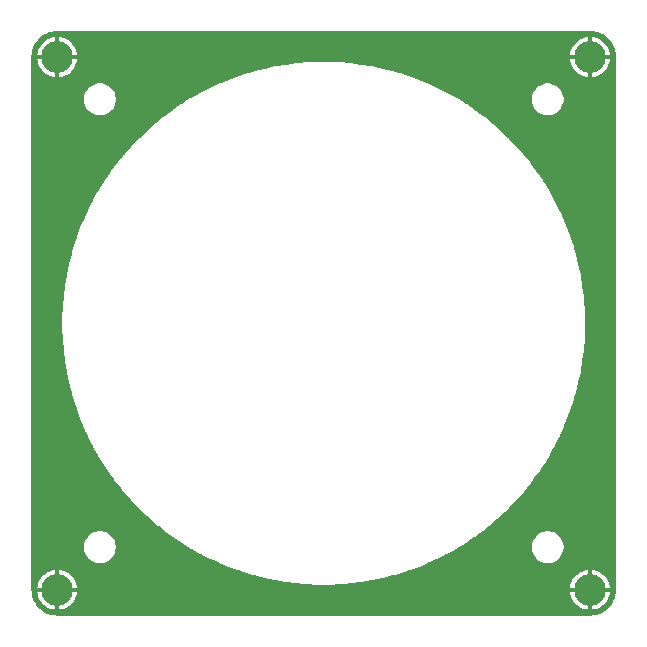
<source format=gbr>
%TF.GenerationSoftware,KiCad,Pcbnew,9.0.5-9.0.5~ubuntu24.04.1*%
%TF.CreationDate,2025-10-31T15:20:19+08:00*%
%TF.ProjectId,TPS,5450532e-6b69-4636-9164-5f7063625858,rev?*%
%TF.SameCoordinates,Original*%
%TF.FileFunction,Copper,L1,Top*%
%TF.FilePolarity,Positive*%
%FSLAX46Y46*%
G04 Gerber Fmt 4.6, Leading zero omitted, Abs format (unit mm)*
G04 Created by KiCad (PCBNEW 9.0.5-9.0.5~ubuntu24.04.1) date 2025-10-31 15:20:19*
%MOMM*%
%LPD*%
G01*
G04 APERTURE LIST*
%TA.AperFunction,ComponentPad*%
%ADD10C,2.700000*%
%TD*%
G04 APERTURE END LIST*
D10*
%TO.P,H11,1,1*%
%TO.N,GND*%
X85775000Y-103000000D03*
%TD*%
%TO.P,H10,1,1*%
%TO.N,GND*%
X85775000Y-57886000D03*
%TD*%
%TO.P,H9,1,1*%
%TO.N,GND*%
X40661000Y-103000000D03*
%TD*%
%TO.P,H8,1,1*%
%TO.N,GND*%
X40661000Y-57886000D03*
%TD*%
%TA.AperFunction,Conductor*%
%TO.N,GND*%
G36*
X85778736Y-55686726D02*
G01*
X86011068Y-55700779D01*
X86019729Y-55701611D01*
X86071126Y-55708377D01*
X86077239Y-55709339D01*
X86279220Y-55746353D01*
X86288960Y-55748547D01*
X86332404Y-55760187D01*
X86337176Y-55761569D01*
X86540605Y-55824961D01*
X86551158Y-55828782D01*
X86578927Y-55840284D01*
X86582340Y-55841757D01*
X86790319Y-55935360D01*
X86803575Y-55942318D01*
X86889020Y-55993971D01*
X87018045Y-56071970D01*
X87030356Y-56080468D01*
X87175739Y-56194368D01*
X87227636Y-56235027D01*
X87238844Y-56244957D01*
X87416042Y-56422155D01*
X87425972Y-56433363D01*
X87454257Y-56469466D01*
X87560549Y-56605138D01*
X87580527Y-56630637D01*
X87589033Y-56642960D01*
X87718680Y-56857422D01*
X87725639Y-56870681D01*
X87819229Y-57078632D01*
X87820714Y-57082071D01*
X87832216Y-57109840D01*
X87836040Y-57120401D01*
X87899421Y-57323795D01*
X87900811Y-57328594D01*
X87912451Y-57372038D01*
X87914645Y-57381778D01*
X87951655Y-57583735D01*
X87952625Y-57589902D01*
X87959385Y-57641249D01*
X87960220Y-57649946D01*
X87974274Y-57882263D01*
X87974500Y-57889751D01*
X87974500Y-102996248D01*
X87974274Y-103003736D01*
X87960220Y-103236052D01*
X87959385Y-103244749D01*
X87952625Y-103296096D01*
X87951655Y-103302263D01*
X87914645Y-103504220D01*
X87912451Y-103513960D01*
X87900811Y-103557404D01*
X87899421Y-103562203D01*
X87836040Y-103765597D01*
X87832216Y-103776158D01*
X87820714Y-103803927D01*
X87819229Y-103807366D01*
X87725639Y-104015317D01*
X87718680Y-104028576D01*
X87589033Y-104243039D01*
X87580527Y-104255362D01*
X87425972Y-104452636D01*
X87416042Y-104463844D01*
X87238844Y-104641042D01*
X87227636Y-104650972D01*
X87030362Y-104805527D01*
X87018039Y-104814033D01*
X86803576Y-104943680D01*
X86790317Y-104950639D01*
X86582366Y-105044229D01*
X86578927Y-105045714D01*
X86551158Y-105057216D01*
X86540597Y-105061040D01*
X86337203Y-105124421D01*
X86332404Y-105125811D01*
X86288960Y-105137451D01*
X86279220Y-105139645D01*
X86077263Y-105176655D01*
X86071096Y-105177625D01*
X86019749Y-105184385D01*
X86011052Y-105185220D01*
X85787202Y-105198761D01*
X85778735Y-105199274D01*
X85771249Y-105199500D01*
X40664751Y-105199500D01*
X40657264Y-105199274D01*
X40647971Y-105198711D01*
X40424946Y-105185220D01*
X40416249Y-105184385D01*
X40364902Y-105177625D01*
X40358735Y-105176655D01*
X40156778Y-105139645D01*
X40147038Y-105137451D01*
X40103594Y-105125811D01*
X40098795Y-105124421D01*
X39895401Y-105061040D01*
X39884840Y-105057216D01*
X39857071Y-105045714D01*
X39853632Y-105044229D01*
X39645681Y-104950639D01*
X39632422Y-104943680D01*
X39417960Y-104814033D01*
X39405637Y-104805527D01*
X39208363Y-104650972D01*
X39197155Y-104641042D01*
X39019957Y-104463844D01*
X39010027Y-104452636D01*
X38875456Y-104280869D01*
X38855468Y-104255356D01*
X38846970Y-104243045D01*
X38744122Y-104072914D01*
X38717318Y-104028575D01*
X38710359Y-104015316D01*
X38616757Y-103807340D01*
X38615284Y-103803927D01*
X38603782Y-103776158D01*
X38599958Y-103765597D01*
X38596189Y-103753502D01*
X38536569Y-103562176D01*
X38535187Y-103557404D01*
X38523547Y-103513960D01*
X38521353Y-103504220D01*
X38489860Y-103332367D01*
X38484339Y-103302239D01*
X38483377Y-103296126D01*
X38476611Y-103244729D01*
X38475779Y-103236065D01*
X38461726Y-103003736D01*
X38461500Y-102996249D01*
X38461500Y-102825000D01*
X38969370Y-102825000D01*
X39575006Y-102825000D01*
X39561000Y-102913428D01*
X39561000Y-103086572D01*
X39575006Y-103175000D01*
X38969370Y-103175000D01*
X38990085Y-103332354D01*
X38990088Y-103332367D01*
X39047763Y-103547618D01*
X39133045Y-103753502D01*
X39133054Y-103753520D01*
X39244464Y-103946491D01*
X39244466Y-103946495D01*
X39380130Y-104123293D01*
X39380138Y-104123302D01*
X39537698Y-104280862D01*
X39537706Y-104280869D01*
X39714504Y-104416533D01*
X39714508Y-104416535D01*
X39907479Y-104527945D01*
X39907497Y-104527954D01*
X40113381Y-104613236D01*
X40328632Y-104670911D01*
X40328645Y-104670914D01*
X40486000Y-104691629D01*
X40486000Y-104085994D01*
X40574428Y-104100000D01*
X40747572Y-104100000D01*
X40836000Y-104085994D01*
X40836000Y-104691628D01*
X40993354Y-104670914D01*
X40993367Y-104670911D01*
X41208618Y-104613236D01*
X41414502Y-104527954D01*
X41414520Y-104527945D01*
X41607491Y-104416535D01*
X41607495Y-104416533D01*
X41784293Y-104280869D01*
X41784302Y-104280862D01*
X41941862Y-104123302D01*
X41941869Y-104123293D01*
X42077533Y-103946495D01*
X42077535Y-103946491D01*
X42188945Y-103753520D01*
X42188954Y-103753502D01*
X42274236Y-103547618D01*
X42331911Y-103332367D01*
X42331914Y-103332354D01*
X42352630Y-103175000D01*
X41746994Y-103175000D01*
X41761000Y-103086572D01*
X41761000Y-102913428D01*
X41746994Y-102825000D01*
X42352629Y-102825000D01*
X84083370Y-102825000D01*
X84689006Y-102825000D01*
X84675000Y-102913428D01*
X84675000Y-103086572D01*
X84689006Y-103175000D01*
X84083370Y-103175000D01*
X84104085Y-103332354D01*
X84104088Y-103332367D01*
X84161763Y-103547618D01*
X84247045Y-103753502D01*
X84247054Y-103753520D01*
X84358464Y-103946491D01*
X84358466Y-103946495D01*
X84494130Y-104123293D01*
X84494138Y-104123302D01*
X84651698Y-104280862D01*
X84651706Y-104280869D01*
X84828504Y-104416533D01*
X84828508Y-104416535D01*
X85021479Y-104527945D01*
X85021497Y-104527954D01*
X85227381Y-104613236D01*
X85442632Y-104670911D01*
X85442645Y-104670914D01*
X85600000Y-104691629D01*
X85600000Y-104085994D01*
X85688428Y-104100000D01*
X85861572Y-104100000D01*
X85950000Y-104085994D01*
X85950000Y-104691628D01*
X86107354Y-104670914D01*
X86107367Y-104670911D01*
X86322618Y-104613236D01*
X86528502Y-104527954D01*
X86528520Y-104527945D01*
X86721491Y-104416535D01*
X86721495Y-104416533D01*
X86898293Y-104280869D01*
X86898302Y-104280862D01*
X87055862Y-104123302D01*
X87055869Y-104123293D01*
X87191533Y-103946495D01*
X87191535Y-103946491D01*
X87302945Y-103753520D01*
X87302954Y-103753502D01*
X87388236Y-103547618D01*
X87445911Y-103332367D01*
X87445914Y-103332354D01*
X87466630Y-103175000D01*
X86860994Y-103175000D01*
X86875000Y-103086572D01*
X86875000Y-102913428D01*
X86860994Y-102825000D01*
X87466629Y-102825000D01*
X87445914Y-102667645D01*
X87445911Y-102667632D01*
X87388236Y-102452381D01*
X87302954Y-102246497D01*
X87302945Y-102246479D01*
X87191535Y-102053508D01*
X87191533Y-102053504D01*
X87055869Y-101876706D01*
X87055862Y-101876698D01*
X86898302Y-101719138D01*
X86898293Y-101719130D01*
X86721495Y-101583466D01*
X86721491Y-101583464D01*
X86528520Y-101472054D01*
X86528502Y-101472045D01*
X86322618Y-101386763D01*
X86107367Y-101329088D01*
X86107356Y-101329086D01*
X85950000Y-101308368D01*
X85950000Y-101914005D01*
X85861572Y-101900000D01*
X85688428Y-101900000D01*
X85600000Y-101914005D01*
X85600000Y-101308368D01*
X85599999Y-101308368D01*
X85442643Y-101329086D01*
X85442632Y-101329088D01*
X85227381Y-101386763D01*
X85021497Y-101472045D01*
X85021479Y-101472054D01*
X84828508Y-101583464D01*
X84828504Y-101583466D01*
X84651706Y-101719130D01*
X84494130Y-101876706D01*
X84358466Y-102053504D01*
X84358464Y-102053508D01*
X84247054Y-102246479D01*
X84247045Y-102246497D01*
X84161763Y-102452381D01*
X84104088Y-102667632D01*
X84104085Y-102667645D01*
X84083370Y-102825000D01*
X42352629Y-102825000D01*
X42331914Y-102667645D01*
X42331911Y-102667632D01*
X42274236Y-102452381D01*
X42188954Y-102246497D01*
X42188945Y-102246479D01*
X42077535Y-102053508D01*
X42077533Y-102053504D01*
X41941869Y-101876706D01*
X41941862Y-101876698D01*
X41784302Y-101719138D01*
X41784293Y-101719130D01*
X41607495Y-101583466D01*
X41607491Y-101583464D01*
X41414520Y-101472054D01*
X41414502Y-101472045D01*
X41208618Y-101386763D01*
X40993367Y-101329088D01*
X40993356Y-101329086D01*
X40836000Y-101308368D01*
X40836000Y-101914005D01*
X40747572Y-101900000D01*
X40574428Y-101900000D01*
X40486000Y-101914005D01*
X40486000Y-101308368D01*
X40328643Y-101329086D01*
X40328632Y-101329088D01*
X40113381Y-101386763D01*
X39907497Y-101472045D01*
X39907479Y-101472054D01*
X39714508Y-101583464D01*
X39714504Y-101583466D01*
X39537706Y-101719130D01*
X39380130Y-101876706D01*
X39244466Y-102053504D01*
X39244464Y-102053508D01*
X39133054Y-102246479D01*
X39133045Y-102246497D01*
X39047763Y-102452381D01*
X38990088Y-102667632D01*
X38990085Y-102667645D01*
X38969370Y-102825000D01*
X38461500Y-102825000D01*
X38461500Y-99293713D01*
X42910500Y-99293713D01*
X42910500Y-99506286D01*
X42943753Y-99716239D01*
X43009444Y-99918414D01*
X43105951Y-100107820D01*
X43230890Y-100279786D01*
X43381213Y-100430109D01*
X43553179Y-100555048D01*
X43553181Y-100555049D01*
X43553184Y-100555051D01*
X43742588Y-100651557D01*
X43944757Y-100717246D01*
X44154713Y-100750500D01*
X44154714Y-100750500D01*
X44367286Y-100750500D01*
X44367287Y-100750500D01*
X44577243Y-100717246D01*
X44779412Y-100651557D01*
X44968816Y-100555051D01*
X45016285Y-100520563D01*
X45140786Y-100430109D01*
X45140788Y-100430106D01*
X45140792Y-100430104D01*
X45291104Y-100279792D01*
X45291106Y-100279788D01*
X45291109Y-100279786D01*
X45416048Y-100107820D01*
X45416047Y-100107820D01*
X45416051Y-100107816D01*
X45512557Y-99918412D01*
X45578246Y-99716243D01*
X45611500Y-99506287D01*
X45611500Y-99293713D01*
X45578246Y-99083757D01*
X45512557Y-98881588D01*
X45416051Y-98692184D01*
X45416049Y-98692181D01*
X45416048Y-98692179D01*
X45291109Y-98520213D01*
X45140786Y-98369890D01*
X44968820Y-98244951D01*
X44779414Y-98148444D01*
X44779413Y-98148443D01*
X44779412Y-98148443D01*
X44577243Y-98082754D01*
X44577241Y-98082753D01*
X44577240Y-98082753D01*
X44415957Y-98057208D01*
X44367287Y-98049500D01*
X44154713Y-98049500D01*
X44106042Y-98057208D01*
X43944760Y-98082753D01*
X43742585Y-98148444D01*
X43553179Y-98244951D01*
X43381213Y-98369890D01*
X43230890Y-98520213D01*
X43105951Y-98692179D01*
X43009444Y-98881585D01*
X42943753Y-99083760D01*
X42910500Y-99293713D01*
X38461500Y-99293713D01*
X38461500Y-79985531D01*
X41087500Y-79985531D01*
X41087500Y-80900468D01*
X41125309Y-81814626D01*
X41200861Y-82726408D01*
X41314034Y-83634333D01*
X41464627Y-84536789D01*
X41652385Y-85432244D01*
X41876992Y-86319197D01*
X41922197Y-86471039D01*
X41922200Y-86471050D01*
X41922829Y-86473163D01*
X41922854Y-86473259D01*
X41922982Y-86473676D01*
X41923099Y-86474070D01*
X41923155Y-86474257D01*
X42138056Y-87196096D01*
X42194478Y-87360449D01*
X42195757Y-87364386D01*
X42197969Y-87371608D01*
X42209793Y-87405074D01*
X42210156Y-87406117D01*
X42435130Y-88061442D01*
X42503946Y-88237803D01*
X42504691Y-88239713D01*
X42510972Y-88257489D01*
X42533645Y-88313914D01*
X42533869Y-88314487D01*
X42533869Y-88314488D01*
X42767712Y-88913778D01*
X42850086Y-89101570D01*
X42851589Y-89105148D01*
X42861286Y-89129281D01*
X42893247Y-89199989D01*
X42893810Y-89201253D01*
X43120108Y-89717159D01*
X43135240Y-89751656D01*
X43181706Y-89846705D01*
X43232318Y-89950233D01*
X43232317Y-89950233D01*
X43233156Y-89951950D01*
X43248284Y-89985416D01*
X43288897Y-90065968D01*
X43289269Y-90066728D01*
X43289269Y-90066729D01*
X43537068Y-90573611D01*
X43650011Y-90782311D01*
X43651678Y-90785502D01*
X43671263Y-90824347D01*
X43718756Y-90909363D01*
X43719557Y-90910820D01*
X43972531Y-91378275D01*
X44102484Y-91596365D01*
X44103362Y-91597838D01*
X44129479Y-91644590D01*
X44183462Y-91732264D01*
X44183922Y-91733036D01*
X44183933Y-91733054D01*
X44440875Y-92164258D01*
X44588966Y-92390928D01*
X44590747Y-92393737D01*
X44622082Y-92444629D01*
X44680537Y-92531117D01*
X44681610Y-92532731D01*
X44941304Y-92930221D01*
X45108636Y-93164584D01*
X45108636Y-93164585D01*
X45109582Y-93165911D01*
X45148206Y-93223056D01*
X45211064Y-93308046D01*
X45211672Y-93308897D01*
X45211713Y-93308953D01*
X45470499Y-93671405D01*
X45472944Y-93674829D01*
X45660731Y-93916097D01*
X45662563Y-93918512D01*
X45706892Y-93978449D01*
X45771879Y-94058933D01*
X45773256Y-94060670D01*
X46034904Y-94396836D01*
X46154716Y-94538298D01*
X46244253Y-94644014D01*
X46244259Y-94644020D01*
X46245212Y-94645146D01*
X46297127Y-94709441D01*
X46364559Y-94786059D01*
X46365303Y-94786937D01*
X46365304Y-94786939D01*
X46626217Y-95094999D01*
X46858400Y-95347217D01*
X46860252Y-95349275D01*
X46917859Y-95414729D01*
X46962143Y-95460934D01*
X46985090Y-95484877D01*
X46986797Y-95486694D01*
X47245904Y-95768159D01*
X47502061Y-96024315D01*
X47503004Y-96025258D01*
X47567964Y-96093036D01*
X47635741Y-96157995D01*
X47636683Y-96158937D01*
X47892840Y-96415095D01*
X48174304Y-96674201D01*
X48176121Y-96675908D01*
X48246271Y-96743141D01*
X48311780Y-96800796D01*
X48313724Y-96802546D01*
X48565989Y-97034772D01*
X48874955Y-97296453D01*
X48951559Y-97363873D01*
X49015847Y-97415781D01*
X49215749Y-97585090D01*
X49258910Y-97621646D01*
X49264160Y-97626092D01*
X49600447Y-97887835D01*
X49601959Y-97889034D01*
X49682556Y-97954111D01*
X49742493Y-97998440D01*
X49744869Y-98000243D01*
X49850878Y-98082753D01*
X49986181Y-98188064D01*
X50352044Y-98449285D01*
X50352919Y-98449909D01*
X50437944Y-98512794D01*
X50495118Y-98551437D01*
X50496376Y-98552335D01*
X50496414Y-98552362D01*
X50724164Y-98714973D01*
X50730788Y-98719702D01*
X50978573Y-98881588D01*
X51128267Y-98979388D01*
X51129873Y-98980456D01*
X51216363Y-99038913D01*
X51267327Y-99070293D01*
X51270061Y-99072026D01*
X51496739Y-99220123D01*
X51927963Y-99477076D01*
X51927963Y-99477077D01*
X51928714Y-99477525D01*
X52016410Y-99531521D01*
X52063155Y-99557634D01*
X52064591Y-99558490D01*
X52064626Y-99558510D01*
X52282716Y-99688464D01*
X52750344Y-99941531D01*
X52751524Y-99942180D01*
X52836643Y-99989731D01*
X52865318Y-100004189D01*
X52875509Y-100009327D01*
X52878659Y-100010972D01*
X53087376Y-100123924D01*
X53595017Y-100372095D01*
X53675584Y-100412716D01*
X53709069Y-100427851D01*
X53909344Y-100525760D01*
X54421700Y-100750500D01*
X54459786Y-100767206D01*
X54461045Y-100767767D01*
X54531720Y-100799714D01*
X54555908Y-100809433D01*
X54559343Y-100810876D01*
X54747215Y-100893284D01*
X55347141Y-101127376D01*
X55403511Y-101150028D01*
X55421293Y-101156310D01*
X55599559Y-101225870D01*
X56255138Y-101450930D01*
X56255690Y-101451122D01*
X56289383Y-101463027D01*
X56296641Y-101465249D01*
X56300467Y-101466492D01*
X56464918Y-101522948D01*
X57187261Y-101737998D01*
X57187741Y-101738146D01*
X57187856Y-101738175D01*
X57341815Y-101784011D01*
X58228752Y-102008614D01*
X59124212Y-102196373D01*
X60026667Y-102346966D01*
X60934574Y-102460136D01*
X60934576Y-102460136D01*
X60934591Y-102460138D01*
X61572229Y-102512973D01*
X61846382Y-102535691D01*
X62654098Y-102569097D01*
X62760531Y-102573500D01*
X62760533Y-102573500D01*
X63675469Y-102573500D01*
X63776046Y-102569340D01*
X64589618Y-102535691D01*
X64953121Y-102505570D01*
X65501408Y-102460138D01*
X65501420Y-102460136D01*
X65501426Y-102460136D01*
X66409333Y-102346966D01*
X67311788Y-102196373D01*
X68207248Y-102008614D01*
X69094185Y-101784011D01*
X69248140Y-101738176D01*
X69248259Y-101738146D01*
X69248737Y-101737998D01*
X69971082Y-101522948D01*
X70135584Y-101466474D01*
X70139320Y-101465261D01*
X70146617Y-101463027D01*
X70180363Y-101451103D01*
X70180703Y-101450984D01*
X70836441Y-101225870D01*
X71014714Y-101156307D01*
X71032489Y-101150028D01*
X71088882Y-101127366D01*
X71688785Y-100893284D01*
X71876608Y-100810897D01*
X71880126Y-100809419D01*
X71904280Y-100799714D01*
X71975128Y-100767688D01*
X71976073Y-100767267D01*
X72526656Y-100525760D01*
X72726927Y-100427852D01*
X72760416Y-100412716D01*
X72840930Y-100372120D01*
X73348624Y-100123924D01*
X73557367Y-100010957D01*
X73560376Y-100009384D01*
X73599357Y-99989731D01*
X73684613Y-99942103D01*
X73685507Y-99941611D01*
X74153284Y-99688464D01*
X74372850Y-99557630D01*
X74419590Y-99531521D01*
X74507242Y-99477550D01*
X74815760Y-99293713D01*
X80824500Y-99293713D01*
X80824500Y-99506286D01*
X80857753Y-99716239D01*
X80923444Y-99918414D01*
X81019951Y-100107820D01*
X81144890Y-100279786D01*
X81295213Y-100430109D01*
X81467179Y-100555048D01*
X81467181Y-100555049D01*
X81467184Y-100555051D01*
X81656588Y-100651557D01*
X81858757Y-100717246D01*
X82068713Y-100750500D01*
X82068714Y-100750500D01*
X82281286Y-100750500D01*
X82281287Y-100750500D01*
X82491243Y-100717246D01*
X82693412Y-100651557D01*
X82882816Y-100555051D01*
X82930285Y-100520563D01*
X83054786Y-100430109D01*
X83054788Y-100430106D01*
X83054792Y-100430104D01*
X83205104Y-100279792D01*
X83205106Y-100279788D01*
X83205109Y-100279786D01*
X83330048Y-100107820D01*
X83330047Y-100107820D01*
X83330051Y-100107816D01*
X83426557Y-99918412D01*
X83492246Y-99716243D01*
X83525500Y-99506287D01*
X83525500Y-99293713D01*
X83492246Y-99083757D01*
X83426557Y-98881588D01*
X83330051Y-98692184D01*
X83330049Y-98692181D01*
X83330048Y-98692179D01*
X83205109Y-98520213D01*
X83054786Y-98369890D01*
X82882820Y-98244951D01*
X82693414Y-98148444D01*
X82693413Y-98148443D01*
X82693412Y-98148443D01*
X82491243Y-98082754D01*
X82491241Y-98082753D01*
X82491240Y-98082753D01*
X82329957Y-98057208D01*
X82281287Y-98049500D01*
X82068713Y-98049500D01*
X82020042Y-98057208D01*
X81858760Y-98082753D01*
X81656585Y-98148444D01*
X81467179Y-98244951D01*
X81295213Y-98369890D01*
X81144890Y-98520213D01*
X81019951Y-98692179D01*
X80923444Y-98881585D01*
X80857753Y-99083760D01*
X80824500Y-99293713D01*
X74815760Y-99293713D01*
X74852674Y-99271717D01*
X74939265Y-99220121D01*
X74992967Y-99185035D01*
X74992970Y-99185033D01*
X75166021Y-99071972D01*
X75168599Y-99070337D01*
X75219637Y-99038913D01*
X75306334Y-98980315D01*
X75307584Y-98979485D01*
X75705212Y-98719702D01*
X75940916Y-98551412D01*
X75998056Y-98512794D01*
X76083088Y-98449903D01*
X76449829Y-98188056D01*
X76691174Y-98000209D01*
X76693463Y-97998472D01*
X76753444Y-97954111D01*
X76834012Y-97889056D01*
X76835511Y-97887866D01*
X77171840Y-97626092D01*
X77420178Y-97415760D01*
X77484441Y-97363873D01*
X77561017Y-97296475D01*
X77870011Y-97034772D01*
X78122397Y-96802434D01*
X78124084Y-96800915D01*
X78189729Y-96743141D01*
X78259902Y-96675884D01*
X78261666Y-96674228D01*
X78543149Y-96415105D01*
X78800281Y-96157972D01*
X78868036Y-96093036D01*
X78932971Y-96025282D01*
X79190105Y-95768149D01*
X79449228Y-95486666D01*
X79450884Y-95484902D01*
X79518141Y-95414729D01*
X79575915Y-95349084D01*
X79577434Y-95347397D01*
X79809772Y-95095011D01*
X80071475Y-94786017D01*
X80138873Y-94709441D01*
X80190769Y-94645167D01*
X80401092Y-94396840D01*
X80662866Y-94060511D01*
X80664056Y-94059012D01*
X80729111Y-93978444D01*
X80773472Y-93918463D01*
X80775209Y-93916174D01*
X80963056Y-93674829D01*
X81224934Y-93308046D01*
X81287794Y-93223056D01*
X81326416Y-93165911D01*
X81494702Y-92930212D01*
X81754485Y-92532584D01*
X81755315Y-92531334D01*
X81813913Y-92444637D01*
X81845337Y-92393600D01*
X81846995Y-92390987D01*
X81995123Y-92164261D01*
X82252545Y-91732249D01*
X82306521Y-91644590D01*
X82332638Y-91597838D01*
X82463464Y-91378284D01*
X82716611Y-90910507D01*
X82717103Y-90909613D01*
X82764731Y-90824357D01*
X82784384Y-90785376D01*
X82785957Y-90782367D01*
X82898924Y-90573624D01*
X83147120Y-90065930D01*
X83187716Y-89985416D01*
X83202852Y-89951927D01*
X83300760Y-89751656D01*
X83542267Y-89201073D01*
X83542688Y-89200128D01*
X83574714Y-89129280D01*
X83584419Y-89105126D01*
X83585897Y-89101608D01*
X83668284Y-88913785D01*
X83902366Y-88313882D01*
X83925028Y-88257489D01*
X83931308Y-88239713D01*
X84000870Y-88061441D01*
X84225984Y-87405703D01*
X84226103Y-87405363D01*
X84238027Y-87371617D01*
X84240261Y-87364320D01*
X84241474Y-87360584D01*
X84297948Y-87196082D01*
X84512998Y-86473737D01*
X84513146Y-86473259D01*
X84513173Y-86473149D01*
X84559011Y-86319185D01*
X84783614Y-85432248D01*
X84971373Y-84536788D01*
X85121966Y-83634333D01*
X85235136Y-82726426D01*
X85235136Y-82726420D01*
X85235138Y-82726408D01*
X85310690Y-81814626D01*
X85310691Y-81814618D01*
X85348500Y-80900467D01*
X85348500Y-79985533D01*
X85310691Y-79071382D01*
X85287973Y-78797229D01*
X85235138Y-78159591D01*
X85235136Y-78159574D01*
X85121966Y-77251667D01*
X84971373Y-76349212D01*
X84783614Y-75453752D01*
X84559011Y-74566815D01*
X84513175Y-74412856D01*
X84513146Y-74412741D01*
X84512998Y-74412261D01*
X84297948Y-73689918D01*
X84241492Y-73525467D01*
X84240249Y-73521641D01*
X84238027Y-73514383D01*
X84226122Y-73480690D01*
X84225930Y-73480138D01*
X84000870Y-72824559D01*
X83931310Y-72646293D01*
X83925028Y-72628511D01*
X83902376Y-72572141D01*
X83668284Y-71972215D01*
X83585876Y-71784343D01*
X83584433Y-71780908D01*
X83574714Y-71756720D01*
X83542750Y-71686008D01*
X83542206Y-71684786D01*
X83300760Y-71134344D01*
X83202851Y-70934069D01*
X83187716Y-70900584D01*
X83147087Y-70820002D01*
X82898924Y-70312376D01*
X82785972Y-70103659D01*
X82784327Y-70100509D01*
X82779189Y-70090318D01*
X82764731Y-70061643D01*
X82717180Y-69976524D01*
X82716531Y-69975344D01*
X82463464Y-69507716D01*
X82332623Y-69288136D01*
X82306521Y-69241410D01*
X82252531Y-69153724D01*
X82252135Y-69153060D01*
X82252121Y-69153038D01*
X81995123Y-68721739D01*
X81847026Y-68495061D01*
X81845274Y-68492297D01*
X81813913Y-68441363D01*
X81755451Y-68354866D01*
X81754388Y-68353267D01*
X81754379Y-68353253D01*
X81494702Y-67955788D01*
X81327354Y-67721402D01*
X81326427Y-67720103D01*
X81287794Y-67662944D01*
X81224909Y-67577919D01*
X81224285Y-67577044D01*
X80963064Y-67211181D01*
X80775262Y-66969894D01*
X80773440Y-66967493D01*
X80729111Y-66907556D01*
X80664034Y-66826959D01*
X80662835Y-66825447D01*
X80401092Y-66489160D01*
X80190781Y-66240847D01*
X80138873Y-66176559D01*
X80071453Y-66099955D01*
X79809772Y-65790989D01*
X79577546Y-65538724D01*
X79575796Y-65536780D01*
X79518141Y-65471271D01*
X79450905Y-65401118D01*
X79449201Y-65399304D01*
X79190095Y-65117840D01*
X78933937Y-64861683D01*
X78932995Y-64860741D01*
X78868036Y-64792964D01*
X78800258Y-64728004D01*
X78799315Y-64727061D01*
X78543159Y-64470904D01*
X78261694Y-64211797D01*
X78259877Y-64210090D01*
X78235934Y-64187143D01*
X78189729Y-64142859D01*
X78124276Y-64085253D01*
X78122217Y-64083400D01*
X77874675Y-63855522D01*
X77870011Y-63851228D01*
X77870010Y-63851227D01*
X77869999Y-63851217D01*
X77561937Y-63590302D01*
X77561937Y-63590303D01*
X77561059Y-63589559D01*
X77484441Y-63522127D01*
X77420146Y-63470212D01*
X77370001Y-63427742D01*
X77171836Y-63259904D01*
X76835670Y-62998256D01*
X76833933Y-62996879D01*
X76753449Y-62931892D01*
X76693512Y-62887563D01*
X76691114Y-62885744D01*
X76449829Y-62697944D01*
X76449825Y-62697941D01*
X76083953Y-62436713D01*
X76083953Y-62436712D01*
X76083047Y-62436065D01*
X75998056Y-62373206D01*
X75940911Y-62334582D01*
X75939620Y-62333661D01*
X75939584Y-62333636D01*
X75705221Y-62166304D01*
X75307731Y-61906610D01*
X75306117Y-61905537D01*
X75274721Y-61884317D01*
X75219637Y-61847087D01*
X75168718Y-61815735D01*
X75165928Y-61813966D01*
X74939258Y-61665875D01*
X74629609Y-61481364D01*
X74508054Y-61408933D01*
X74506514Y-61408000D01*
X74460573Y-61379713D01*
X80824500Y-61379713D01*
X80824500Y-61592287D01*
X80857754Y-61802243D01*
X80891316Y-61905537D01*
X80923444Y-62004414D01*
X81019951Y-62193820D01*
X81144890Y-62365786D01*
X81295213Y-62516109D01*
X81467179Y-62641048D01*
X81467181Y-62641049D01*
X81467184Y-62641051D01*
X81656588Y-62737557D01*
X81858757Y-62803246D01*
X82068713Y-62836500D01*
X82068714Y-62836500D01*
X82281286Y-62836500D01*
X82281287Y-62836500D01*
X82491243Y-62803246D01*
X82693412Y-62737557D01*
X82882816Y-62641051D01*
X82904789Y-62625086D01*
X83054786Y-62516109D01*
X83054788Y-62516106D01*
X83054792Y-62516104D01*
X83205104Y-62365792D01*
X83205106Y-62365788D01*
X83205109Y-62365786D01*
X83330048Y-62193820D01*
X83330047Y-62193820D01*
X83330051Y-62193816D01*
X83426557Y-62004412D01*
X83492246Y-61802243D01*
X83525500Y-61592287D01*
X83525500Y-61379713D01*
X83492246Y-61169757D01*
X83426557Y-60967588D01*
X83330051Y-60778184D01*
X83330049Y-60778181D01*
X83330048Y-60778179D01*
X83205109Y-60606213D01*
X83054786Y-60455890D01*
X82882820Y-60330951D01*
X82693414Y-60234444D01*
X82693413Y-60234443D01*
X82693412Y-60234443D01*
X82491243Y-60168754D01*
X82491241Y-60168753D01*
X82491240Y-60168753D01*
X82329957Y-60143208D01*
X82281287Y-60135500D01*
X82068713Y-60135500D01*
X82020042Y-60143208D01*
X81858760Y-60168753D01*
X81656585Y-60234444D01*
X81467179Y-60330951D01*
X81295213Y-60455890D01*
X81144890Y-60606213D01*
X81019951Y-60778179D01*
X80923444Y-60967585D01*
X80857753Y-61169760D01*
X80853355Y-61197531D01*
X80824500Y-61379713D01*
X74460573Y-61379713D01*
X74419578Y-61354471D01*
X74374366Y-61329215D01*
X74371365Y-61327484D01*
X74301498Y-61285852D01*
X74153284Y-61197536D01*
X74153275Y-61197531D01*
X73685820Y-60944557D01*
X73685064Y-60944148D01*
X73599357Y-60896269D01*
X73558887Y-60875864D01*
X73557310Y-60875011D01*
X73557308Y-60875009D01*
X73348611Y-60762068D01*
X72841729Y-60514269D01*
X72840365Y-60513592D01*
X72760429Y-60473289D01*
X72728616Y-60458909D01*
X72725233Y-60457318D01*
X72621705Y-60406706D01*
X72526656Y-60360240D01*
X72459879Y-60330949D01*
X71976253Y-60118810D01*
X71976253Y-60118809D01*
X71975442Y-60118453D01*
X71904280Y-60086286D01*
X71878371Y-60075875D01*
X71876593Y-60075095D01*
X71876570Y-60075086D01*
X71688778Y-59992712D01*
X71089488Y-59758869D01*
X71088329Y-59758410D01*
X71032491Y-59735972D01*
X71016559Y-59730342D01*
X71012804Y-59728946D01*
X70836442Y-59660130D01*
X70181117Y-59435156D01*
X70181117Y-59435155D01*
X70180355Y-59434893D01*
X70146617Y-59422973D01*
X70137469Y-59420171D01*
X70135449Y-59419478D01*
X69971096Y-59363056D01*
X69249257Y-59148155D01*
X69248418Y-59147902D01*
X69246867Y-59147428D01*
X69246039Y-59147197D01*
X69094197Y-59101992D01*
X68207244Y-58877385D01*
X67311789Y-58689627D01*
X66409333Y-58539034D01*
X65501408Y-58425861D01*
X64589626Y-58350309D01*
X63675469Y-58312500D01*
X63675467Y-58312500D01*
X62760533Y-58312500D01*
X62760531Y-58312500D01*
X61846373Y-58350309D01*
X60934591Y-58425861D01*
X60026666Y-58539034D01*
X59124210Y-58689627D01*
X58228755Y-58877385D01*
X57341802Y-59101992D01*
X57189850Y-59147230D01*
X57189806Y-59147243D01*
X57187804Y-59147837D01*
X57187741Y-59147854D01*
X57187487Y-59147931D01*
X57186924Y-59148099D01*
X57186807Y-59148135D01*
X56464903Y-59363056D01*
X56300530Y-59419485D01*
X56296594Y-59420764D01*
X56289383Y-59422973D01*
X56255961Y-59434781D01*
X56254918Y-59435144D01*
X55599570Y-59660125D01*
X55423196Y-59728946D01*
X55423195Y-59728945D01*
X55421238Y-59729708D01*
X55403511Y-59735972D01*
X55347219Y-59758591D01*
X55346509Y-59758869D01*
X55346458Y-59758889D01*
X54747220Y-59992712D01*
X54559448Y-60075077D01*
X54555877Y-60076577D01*
X54531715Y-60086286D01*
X54461008Y-60118247D01*
X54459746Y-60118810D01*
X54091132Y-60280500D01*
X53909344Y-60360240D01*
X53909332Y-60360246D01*
X53710750Y-60457325D01*
X53710749Y-60457324D01*
X53709000Y-60458178D01*
X53675584Y-60473284D01*
X53595198Y-60513813D01*
X53594367Y-60514220D01*
X53594302Y-60514253D01*
X53087379Y-60762073D01*
X52878700Y-60875004D01*
X52875512Y-60876670D01*
X52836634Y-60896273D01*
X52751665Y-60943739D01*
X52750210Y-60944540D01*
X52282703Y-61197543D01*
X52064661Y-61327466D01*
X52064662Y-61327467D01*
X52063136Y-61328375D01*
X52016410Y-61354479D01*
X51928751Y-61408452D01*
X51927945Y-61408933D01*
X51496730Y-61665882D01*
X51270102Y-61813945D01*
X51267297Y-61815724D01*
X51216379Y-61847076D01*
X51129866Y-61905547D01*
X51128253Y-61906618D01*
X50730796Y-62166292D01*
X50496425Y-62333630D01*
X50496423Y-62333631D01*
X50495106Y-62334570D01*
X50437944Y-62373206D01*
X50353024Y-62436012D01*
X50352078Y-62436688D01*
X50352045Y-62436713D01*
X49986173Y-62697941D01*
X49744881Y-62885746D01*
X49742455Y-62887586D01*
X49682572Y-62931876D01*
X49602031Y-62996907D01*
X49600296Y-62998282D01*
X49264166Y-63259903D01*
X49016955Y-63469280D01*
X49016953Y-63469281D01*
X49016952Y-63469280D01*
X49015790Y-63470264D01*
X48951559Y-63522127D01*
X48874996Y-63589510D01*
X48874062Y-63590302D01*
X48874027Y-63590332D01*
X48566000Y-63851217D01*
X48313778Y-64083403D01*
X48311720Y-64085255D01*
X48246275Y-64142855D01*
X48176118Y-64210093D01*
X48174303Y-64211797D01*
X47892853Y-64470891D01*
X47635693Y-64728050D01*
X47567964Y-64792964D01*
X47503050Y-64860693D01*
X47245891Y-65117853D01*
X46986797Y-65399303D01*
X46985093Y-65401118D01*
X46917855Y-65471275D01*
X46860255Y-65536720D01*
X46858403Y-65538778D01*
X46626217Y-65791000D01*
X46365332Y-66099027D01*
X46364519Y-66099986D01*
X46297127Y-66176559D01*
X46245253Y-66240802D01*
X46244322Y-66241903D01*
X46244281Y-66241953D01*
X46034903Y-66489166D01*
X45773282Y-66825296D01*
X45771907Y-66827031D01*
X45706876Y-66907572D01*
X45662586Y-66967455D01*
X45660746Y-66969881D01*
X45472941Y-67211173D01*
X45211713Y-67577045D01*
X45211053Y-67577969D01*
X45148206Y-67662944D01*
X45109588Y-67720081D01*
X45108645Y-67721402D01*
X45108630Y-67721425D01*
X44941292Y-67955796D01*
X44681618Y-68353253D01*
X44680547Y-68354866D01*
X44622076Y-68441379D01*
X44590724Y-68492297D01*
X44588945Y-68495102D01*
X44440882Y-68721730D01*
X44183933Y-69152945D01*
X44183452Y-69153751D01*
X44129479Y-69241410D01*
X44103375Y-69288136D01*
X44102467Y-69289662D01*
X44102465Y-69289663D01*
X43972543Y-69507703D01*
X43719540Y-69975210D01*
X43718739Y-69976665D01*
X43671273Y-70061634D01*
X43651670Y-70100512D01*
X43650004Y-70103700D01*
X43537073Y-70312379D01*
X43289253Y-70819302D01*
X43288853Y-70820119D01*
X43248284Y-70900584D01*
X43233180Y-70933995D01*
X43232337Y-70935722D01*
X43232325Y-70935750D01*
X43142055Y-71120403D01*
X43135240Y-71134344D01*
X43134184Y-71136752D01*
X42893810Y-71684746D01*
X42893247Y-71686008D01*
X42861286Y-71756715D01*
X42851577Y-71780877D01*
X42850077Y-71784448D01*
X42767712Y-71972220D01*
X42533889Y-72571458D01*
X42533595Y-72572211D01*
X42510972Y-72628511D01*
X42504703Y-72646251D01*
X42503958Y-72648163D01*
X42503946Y-72648196D01*
X42435125Y-72824570D01*
X42210144Y-73479918D01*
X42209781Y-73480961D01*
X42197973Y-73514383D01*
X42195764Y-73521594D01*
X42194485Y-73525530D01*
X42138056Y-73689903D01*
X41923135Y-74411807D01*
X41922965Y-74412378D01*
X41922854Y-74412741D01*
X41922831Y-74412827D01*
X41922243Y-74414806D01*
X41922241Y-74414807D01*
X41922230Y-74414850D01*
X41876992Y-74566802D01*
X41652385Y-75453755D01*
X41464627Y-76349210D01*
X41314034Y-77251666D01*
X41200861Y-78159591D01*
X41125309Y-79071373D01*
X41087500Y-79985531D01*
X38461500Y-79985531D01*
X38461500Y-61379713D01*
X42910500Y-61379713D01*
X42910500Y-61592287D01*
X42943754Y-61802243D01*
X42977316Y-61905537D01*
X43009444Y-62004414D01*
X43105951Y-62193820D01*
X43230890Y-62365786D01*
X43381213Y-62516109D01*
X43553179Y-62641048D01*
X43553181Y-62641049D01*
X43553184Y-62641051D01*
X43742588Y-62737557D01*
X43944757Y-62803246D01*
X44154713Y-62836500D01*
X44154714Y-62836500D01*
X44367286Y-62836500D01*
X44367287Y-62836500D01*
X44577243Y-62803246D01*
X44779412Y-62737557D01*
X44968816Y-62641051D01*
X44990789Y-62625086D01*
X45140786Y-62516109D01*
X45140788Y-62516106D01*
X45140792Y-62516104D01*
X45291104Y-62365792D01*
X45291106Y-62365788D01*
X45291109Y-62365786D01*
X45416048Y-62193820D01*
X45416047Y-62193820D01*
X45416051Y-62193816D01*
X45512557Y-62004412D01*
X45578246Y-61802243D01*
X45611500Y-61592287D01*
X45611500Y-61379713D01*
X45578246Y-61169757D01*
X45512557Y-60967588D01*
X45416051Y-60778184D01*
X45416049Y-60778181D01*
X45416048Y-60778179D01*
X45291109Y-60606213D01*
X45140786Y-60455890D01*
X44968820Y-60330951D01*
X44779414Y-60234444D01*
X44779413Y-60234443D01*
X44779412Y-60234443D01*
X44577243Y-60168754D01*
X44577241Y-60168753D01*
X44577240Y-60168753D01*
X44415957Y-60143208D01*
X44367287Y-60135500D01*
X44154713Y-60135500D01*
X44106042Y-60143208D01*
X43944760Y-60168753D01*
X43742585Y-60234444D01*
X43553179Y-60330951D01*
X43381213Y-60455890D01*
X43230890Y-60606213D01*
X43105951Y-60778179D01*
X43009444Y-60967585D01*
X42943753Y-61169760D01*
X42939355Y-61197531D01*
X42910500Y-61379713D01*
X38461500Y-61379713D01*
X38461500Y-57889750D01*
X38461726Y-57882263D01*
X38466737Y-57799428D01*
X38472085Y-57711000D01*
X38969370Y-57711000D01*
X39575006Y-57711000D01*
X39561000Y-57799428D01*
X39561000Y-57972572D01*
X39575006Y-58061000D01*
X38969370Y-58061000D01*
X38990085Y-58218354D01*
X38990088Y-58218367D01*
X39047763Y-58433618D01*
X39133045Y-58639502D01*
X39133054Y-58639520D01*
X39244464Y-58832491D01*
X39244466Y-58832495D01*
X39380130Y-59009293D01*
X39380138Y-59009302D01*
X39537698Y-59166862D01*
X39537706Y-59166869D01*
X39714504Y-59302533D01*
X39714508Y-59302535D01*
X39907479Y-59413945D01*
X39907497Y-59413954D01*
X40113381Y-59499236D01*
X40328632Y-59556911D01*
X40328645Y-59556914D01*
X40486000Y-59577629D01*
X40486000Y-58971994D01*
X40574428Y-58986000D01*
X40747572Y-58986000D01*
X40836000Y-58971994D01*
X40836000Y-59577628D01*
X40993354Y-59556914D01*
X40993367Y-59556911D01*
X41208618Y-59499236D01*
X41414502Y-59413954D01*
X41414520Y-59413945D01*
X41607491Y-59302535D01*
X41607495Y-59302533D01*
X41784293Y-59166869D01*
X41784302Y-59166862D01*
X41941862Y-59009302D01*
X41941869Y-59009293D01*
X42077533Y-58832495D01*
X42077535Y-58832491D01*
X42188945Y-58639520D01*
X42188954Y-58639502D01*
X42274236Y-58433618D01*
X42331911Y-58218367D01*
X42331914Y-58218354D01*
X42352630Y-58061000D01*
X41746994Y-58061000D01*
X41761000Y-57972572D01*
X41761000Y-57799428D01*
X41746994Y-57711000D01*
X42352629Y-57711000D01*
X84083370Y-57711000D01*
X84689006Y-57711000D01*
X84675000Y-57799428D01*
X84675000Y-57972572D01*
X84689006Y-58061000D01*
X84083370Y-58061000D01*
X84104085Y-58218354D01*
X84104088Y-58218367D01*
X84161763Y-58433618D01*
X84247045Y-58639502D01*
X84247054Y-58639520D01*
X84358464Y-58832491D01*
X84358466Y-58832495D01*
X84494130Y-59009293D01*
X84494138Y-59009302D01*
X84651698Y-59166862D01*
X84651706Y-59166869D01*
X84828504Y-59302533D01*
X84828508Y-59302535D01*
X85021479Y-59413945D01*
X85021497Y-59413954D01*
X85227381Y-59499236D01*
X85442632Y-59556911D01*
X85442645Y-59556914D01*
X85600000Y-59577629D01*
X85600000Y-58971994D01*
X85688428Y-58986000D01*
X85861572Y-58986000D01*
X85950000Y-58971994D01*
X85950000Y-59577628D01*
X86107354Y-59556914D01*
X86107367Y-59556911D01*
X86322618Y-59499236D01*
X86528502Y-59413954D01*
X86528520Y-59413945D01*
X86721491Y-59302535D01*
X86721495Y-59302533D01*
X86898293Y-59166869D01*
X86898302Y-59166862D01*
X87055862Y-59009302D01*
X87055869Y-59009293D01*
X87191533Y-58832495D01*
X87191535Y-58832491D01*
X87302945Y-58639520D01*
X87302954Y-58639502D01*
X87388236Y-58433618D01*
X87445911Y-58218367D01*
X87445914Y-58218354D01*
X87466630Y-58061000D01*
X86860994Y-58061000D01*
X86875000Y-57972572D01*
X86875000Y-57799428D01*
X86860994Y-57711000D01*
X87466629Y-57711000D01*
X87445914Y-57553645D01*
X87445911Y-57553632D01*
X87388236Y-57338381D01*
X87302954Y-57132497D01*
X87302945Y-57132479D01*
X87191535Y-56939508D01*
X87191533Y-56939504D01*
X87055869Y-56762706D01*
X87055862Y-56762698D01*
X86898302Y-56605138D01*
X86898293Y-56605130D01*
X86721495Y-56469466D01*
X86721491Y-56469464D01*
X86528520Y-56358054D01*
X86528502Y-56358045D01*
X86322618Y-56272763D01*
X86107367Y-56215088D01*
X86107356Y-56215086D01*
X85950000Y-56194368D01*
X85950000Y-56800005D01*
X85861572Y-56786000D01*
X85688428Y-56786000D01*
X85600000Y-56800005D01*
X85600000Y-56194368D01*
X85599999Y-56194368D01*
X85442643Y-56215086D01*
X85442632Y-56215088D01*
X85227381Y-56272763D01*
X85021497Y-56358045D01*
X85021479Y-56358054D01*
X84828508Y-56469464D01*
X84828504Y-56469466D01*
X84651706Y-56605130D01*
X84494130Y-56762706D01*
X84358466Y-56939504D01*
X84358464Y-56939508D01*
X84247054Y-57132479D01*
X84247045Y-57132497D01*
X84161763Y-57338381D01*
X84104088Y-57553632D01*
X84104085Y-57553645D01*
X84083370Y-57711000D01*
X42352629Y-57711000D01*
X42331914Y-57553645D01*
X42331911Y-57553632D01*
X42274236Y-57338381D01*
X42188954Y-57132497D01*
X42188945Y-57132479D01*
X42077535Y-56939508D01*
X42077533Y-56939504D01*
X41941869Y-56762706D01*
X41941862Y-56762698D01*
X41784302Y-56605138D01*
X41784293Y-56605130D01*
X41607495Y-56469466D01*
X41607491Y-56469464D01*
X41414520Y-56358054D01*
X41414502Y-56358045D01*
X41208618Y-56272763D01*
X40993367Y-56215088D01*
X40993356Y-56215086D01*
X40836000Y-56194368D01*
X40836000Y-56800005D01*
X40747572Y-56786000D01*
X40574428Y-56786000D01*
X40486000Y-56800005D01*
X40486000Y-56194368D01*
X40485999Y-56194368D01*
X40328643Y-56215086D01*
X40328632Y-56215088D01*
X40113381Y-56272763D01*
X39907497Y-56358045D01*
X39907479Y-56358054D01*
X39714508Y-56469464D01*
X39714504Y-56469466D01*
X39537706Y-56605130D01*
X39380130Y-56762706D01*
X39244466Y-56939504D01*
X39244464Y-56939508D01*
X39133054Y-57132479D01*
X39133045Y-57132497D01*
X39047763Y-57338381D01*
X38990088Y-57553632D01*
X38990085Y-57553645D01*
X38969370Y-57711000D01*
X38472085Y-57711000D01*
X38475779Y-57649928D01*
X38476610Y-57641275D01*
X38483379Y-57589861D01*
X38484337Y-57583772D01*
X38521355Y-57381769D01*
X38523547Y-57372038D01*
X38532565Y-57338381D01*
X38535195Y-57328564D01*
X38536560Y-57323850D01*
X38599965Y-57120379D01*
X38603777Y-57109853D01*
X38615307Y-57082017D01*
X38616736Y-57078707D01*
X38710367Y-56870666D01*
X38717312Y-56857433D01*
X38846975Y-56642946D01*
X38855462Y-56630650D01*
X39010034Y-56433354D01*
X39019949Y-56422163D01*
X39197163Y-56244949D01*
X39208354Y-56235034D01*
X39405650Y-56080462D01*
X39417946Y-56071975D01*
X39632433Y-55942312D01*
X39645666Y-55935367D01*
X39853707Y-55841736D01*
X39857017Y-55840307D01*
X39884853Y-55828777D01*
X39895379Y-55824965D01*
X40098850Y-55761560D01*
X40103564Y-55760195D01*
X40147038Y-55748547D01*
X40156769Y-55746355D01*
X40358772Y-55709337D01*
X40364861Y-55708379D01*
X40416275Y-55701610D01*
X40424925Y-55700780D01*
X40657264Y-55686726D01*
X40664751Y-55686500D01*
X85771249Y-55686500D01*
X85778736Y-55686726D01*
G37*
%TD.AperFunction*%
%TD*%
M02*

</source>
